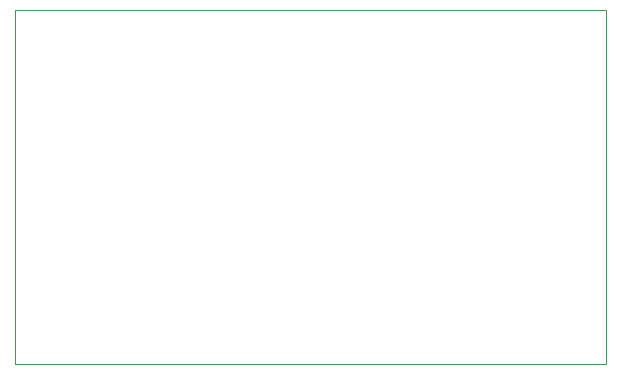
<source format=gbr>
%TF.GenerationSoftware,KiCad,Pcbnew,8.0.1*%
%TF.CreationDate,2024-04-22T11:34:39+02:00*%
%TF.ProjectId,wuerfel,77756572-6665-46c2-9e6b-696361645f70,rev?*%
%TF.SameCoordinates,Original*%
%TF.FileFunction,Profile,NP*%
%FSLAX46Y46*%
G04 Gerber Fmt 4.6, Leading zero omitted, Abs format (unit mm)*
G04 Created by KiCad (PCBNEW 8.0.1) date 2024-04-22 11:34:39*
%MOMM*%
%LPD*%
G01*
G04 APERTURE LIST*
%TA.AperFunction,Profile*%
%ADD10C,0.100000*%
%TD*%
G04 APERTURE END LIST*
D10*
X190754000Y-46228000D02*
X240792000Y-46228000D01*
X240792000Y-76200000D01*
X190754000Y-76200000D01*
X190754000Y-46228000D01*
M02*

</source>
